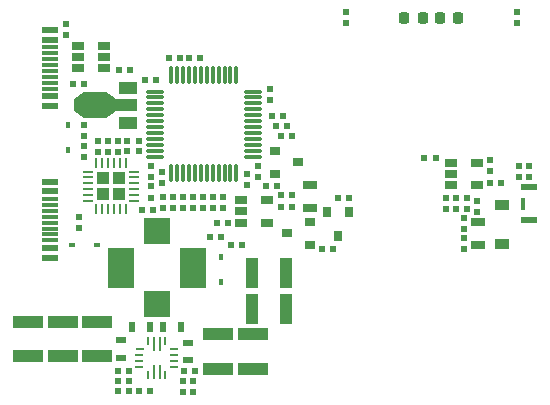
<source format=gtp>
G04 #@! TF.GenerationSoftware,KiCad,Pcbnew,6.0.2+dfsg-1*
G04 #@! TF.CreationDate,2022-08-31T22:25:42-07:00*
G04 #@! TF.ProjectId,OPS,4f50532e-6b69-4636-9164-5f7063625858,rev?*
G04 #@! TF.SameCoordinates,Original*
G04 #@! TF.FileFunction,Paste,Top*
G04 #@! TF.FilePolarity,Positive*
%FSLAX46Y46*%
G04 Gerber Fmt 4.6, Leading zero omitted, Abs format (unit mm)*
G04 Created by KiCad (PCBNEW 6.0.2+dfsg-1) date 2022-08-31 22:25:42*
%MOMM*%
%LPD*%
G01*
G04 APERTURE LIST*
G04 Aperture macros list*
%AMRoundRect*
0 Rectangle with rounded corners*
0 $1 Rounding radius*
0 $2 $3 $4 $5 $6 $7 $8 $9 X,Y pos of 4 corners*
0 Add a 4 corners polygon primitive as box body*
4,1,4,$2,$3,$4,$5,$6,$7,$8,$9,$2,$3,0*
0 Add four circle primitives for the rounded corners*
1,1,$1+$1,$2,$3*
1,1,$1+$1,$4,$5*
1,1,$1+$1,$6,$7*
1,1,$1+$1,$8,$9*
0 Add four rect primitives between the rounded corners*
20,1,$1+$1,$2,$3,$4,$5,0*
20,1,$1+$1,$4,$5,$6,$7,0*
20,1,$1+$1,$6,$7,$8,$9,0*
20,1,$1+$1,$8,$9,$2,$3,0*%
%AMOutline4P*
0 Free polygon, 4 corners , with rotation*
0 The origin of the aperture is its center*
0 number of corners: always 4*
0 $1 to $8 corner X, Y*
0 $9 Rotation angle, in degrees counterclockwise*
0 create outline with 4 corners*
4,1,4,$1,$2,$3,$4,$5,$6,$7,$8,$1,$2,$9*%
G04 Aperture macros list end*
%ADD10R,2.285000X3.430000*%
%ADD11R,2.285000X2.285000*%
%ADD12R,1.450000X0.600000*%
%ADD13R,1.450000X0.300000*%
%ADD14R,2.600000X1.000000*%
%ADD15R,1.300000X0.700000*%
%ADD16R,1.000000X2.600000*%
%ADD17R,0.450000X0.600000*%
%ADD18R,0.600000X0.500000*%
%ADD19R,0.500000X0.600000*%
%ADD20R,0.600000X0.900000*%
%ADD21R,0.900000X0.600000*%
%ADD22R,1.200000X0.900000*%
%ADD23R,0.800000X0.900000*%
%ADD24R,0.900000X0.800000*%
%ADD25RoundRect,0.250000X-0.295000X-0.295000X0.295000X-0.295000X0.295000X0.295000X-0.295000X0.295000X0*%
%ADD26RoundRect,0.062500X-0.350000X-0.062500X0.350000X-0.062500X0.350000X0.062500X-0.350000X0.062500X0*%
%ADD27RoundRect,0.062500X-0.062500X-0.350000X0.062500X-0.350000X0.062500X0.350000X-0.062500X0.350000X0*%
%ADD28R,1.500000X1.000000*%
%ADD29R,1.800000X1.000000*%
%ADD30R,1.840000X2.200000*%
%ADD31Outline4P,-1.100000X-0.425000X1.100000X-0.425000X0.500000X0.425000X-0.500000X0.425000X90.000000*%
%ADD32Outline4P,-1.100000X-0.500000X1.100000X-0.500000X0.400000X0.500000X-0.400000X0.500000X270.000000*%
%ADD33RoundRect,0.075000X-0.662500X-0.075000X0.662500X-0.075000X0.662500X0.075000X-0.662500X0.075000X0*%
%ADD34RoundRect,0.075000X-0.075000X-0.662500X0.075000X-0.662500X0.075000X0.662500X-0.075000X0.662500X0*%
%ADD35R,0.800000X0.250000*%
%ADD36R,0.700000X0.250000*%
%ADD37R,0.250000X0.700000*%
%ADD38R,0.250000X1.200000*%
%ADD39R,1.060000X0.650000*%
%ADD40RoundRect,0.218750X-0.218750X-0.256250X0.218750X-0.256250X0.218750X0.256250X-0.218750X0.256250X0*%
%ADD41RoundRect,0.218750X0.218750X0.256250X-0.218750X0.256250X-0.218750X-0.256250X0.218750X-0.256250X0*%
%ADD42R,1.410000X0.600000*%
%ADD43R,0.430000X1.080000*%
%ADD44R,0.600000X0.450000*%
G04 APERTURE END LIST*
D10*
X62947500Y-72900000D03*
X69052500Y-72900000D03*
D11*
X66000000Y-75952500D03*
X66000000Y-69847500D03*
D12*
X57000000Y-52800000D03*
X57000000Y-53600000D03*
D13*
X57000000Y-54750000D03*
X57000000Y-55750000D03*
X57000000Y-56250000D03*
X57000000Y-57250000D03*
D12*
X57000000Y-53600000D03*
X57000000Y-52800000D03*
X57000000Y-59200000D03*
X57000000Y-58400000D03*
D13*
X57000000Y-57750000D03*
X57000000Y-56750000D03*
X57000000Y-55250000D03*
X57000000Y-54250000D03*
D12*
X57000000Y-58400000D03*
X57000000Y-59200000D03*
X57000000Y-65650000D03*
X57000000Y-66450000D03*
D13*
X57000000Y-67600000D03*
X57000000Y-68600000D03*
X57000000Y-69100000D03*
X57000000Y-70100000D03*
D12*
X57000000Y-66450000D03*
X57000000Y-65650000D03*
X57000000Y-72050000D03*
X57000000Y-71250000D03*
D13*
X57000000Y-70600000D03*
X57000000Y-69600000D03*
X57000000Y-68100000D03*
X57000000Y-67100000D03*
D12*
X57000000Y-71250000D03*
X57000000Y-72050000D03*
D14*
X55150000Y-77500000D03*
X55150000Y-80400000D03*
X58050000Y-77500000D03*
X58050000Y-80400000D03*
X60950000Y-77500000D03*
X60950000Y-80400000D03*
X74200000Y-78550000D03*
X74200000Y-81450000D03*
D15*
X93250000Y-69050000D03*
X93250000Y-70950000D03*
D14*
X71200000Y-78550000D03*
X71200000Y-81450000D03*
D16*
X74050000Y-76400000D03*
X76950000Y-76400000D03*
X74050000Y-73400000D03*
X76950000Y-73400000D03*
D17*
X58500000Y-60850000D03*
X58500000Y-62950000D03*
D18*
X62700000Y-63088750D03*
X62700000Y-62148750D03*
X61000000Y-63088750D03*
X61000000Y-62148750D03*
X59850000Y-63520000D03*
X59850000Y-62580000D03*
X61850000Y-63088750D03*
X61850000Y-62148750D03*
X59850000Y-61795000D03*
X59850000Y-60855000D03*
D19*
X63745000Y-56200000D03*
X62805000Y-56200000D03*
D18*
X65550000Y-64280000D03*
X65550000Y-65220000D03*
D19*
X63670000Y-82500000D03*
X62730000Y-82500000D03*
X68330000Y-81700000D03*
X69270000Y-81700000D03*
D20*
X63950000Y-77900000D03*
X65450000Y-77900000D03*
D21*
X68700000Y-79250000D03*
X68700000Y-80750000D03*
D18*
X69100000Y-83470000D03*
X69100000Y-82530000D03*
X75600000Y-57780000D03*
X75600000Y-58720000D03*
X66450000Y-64830000D03*
X66450000Y-65770000D03*
D19*
X64980000Y-57050000D03*
X65920000Y-57050000D03*
X67030000Y-55200000D03*
X67970000Y-55200000D03*
D18*
X73650000Y-65920000D03*
X73650000Y-64980000D03*
D22*
X95250000Y-67600000D03*
X95250000Y-70900000D03*
D23*
X82288827Y-68200000D03*
X80388827Y-68200000D03*
X81338827Y-70200000D03*
D24*
X79000000Y-70950000D03*
X79000000Y-69050000D03*
X77000000Y-70000000D03*
D18*
X58350000Y-52305000D03*
X58350000Y-53245000D03*
D19*
X58880000Y-57350000D03*
X59820000Y-57350000D03*
X64730000Y-68050000D03*
X65670000Y-68050000D03*
D18*
X59450000Y-69520000D03*
X59450000Y-68580000D03*
D19*
X69670000Y-55200000D03*
X68730000Y-55200000D03*
D18*
X70800000Y-67870000D03*
X70800000Y-66930000D03*
X71650000Y-67870000D03*
X71650000Y-66930000D03*
X74550000Y-65270000D03*
X74550000Y-64330000D03*
D19*
X77070000Y-60900000D03*
X76130000Y-60900000D03*
X62730000Y-81650000D03*
X63670000Y-81650000D03*
D18*
X65550000Y-66970000D03*
X65550000Y-66030000D03*
D19*
X63530000Y-63050000D03*
X64470000Y-63050000D03*
X65420000Y-83350000D03*
X64480000Y-83350000D03*
X63670000Y-83350000D03*
X62730000Y-83350000D03*
D18*
X68250000Y-83470000D03*
X68250000Y-82530000D03*
D19*
X81380000Y-67050000D03*
X82320000Y-67050000D03*
X72280000Y-70950000D03*
X73220000Y-70950000D03*
X76530000Y-67750000D03*
X77470000Y-67750000D03*
X71130000Y-69100000D03*
X72070000Y-69100000D03*
D15*
X79000000Y-67850000D03*
X79000000Y-65950000D03*
D19*
X76530000Y-66750000D03*
X77470000Y-66750000D03*
D18*
X92000000Y-68730000D03*
X92000000Y-69670000D03*
X92000000Y-70430000D03*
X92000000Y-71370000D03*
X96650000Y-65270000D03*
X96650000Y-64330000D03*
X97500000Y-65270000D03*
X97500000Y-64330000D03*
D25*
X61475000Y-66693750D03*
X62825000Y-65343750D03*
X61475000Y-65343750D03*
X62825000Y-66693750D03*
D26*
X60187500Y-64768750D03*
X60187500Y-65268750D03*
X60187500Y-65768750D03*
X60187500Y-66268750D03*
X60187500Y-66768750D03*
X60187500Y-67268750D03*
D27*
X60900000Y-67981250D03*
X61400000Y-67981250D03*
X61900000Y-67981250D03*
X62400000Y-67981250D03*
X62900000Y-67981250D03*
X63400000Y-67981250D03*
D26*
X64112500Y-67268750D03*
X64112500Y-66768750D03*
X64112500Y-66268750D03*
X64112500Y-65768750D03*
X64112500Y-65268750D03*
X64112500Y-64768750D03*
D27*
X63400000Y-64056250D03*
X62900000Y-64056250D03*
X62400000Y-64056250D03*
X61900000Y-64056250D03*
X61400000Y-64056250D03*
X60900000Y-64056250D03*
D28*
X63603800Y-60668750D03*
D29*
X63457300Y-59168750D03*
D30*
X60790300Y-59168750D03*
D31*
X59456800Y-59168750D03*
D32*
X62200000Y-59168750D03*
D28*
X63603800Y-57668750D03*
D33*
X65837500Y-58000000D03*
X65837500Y-58500000D03*
X65837500Y-59000000D03*
X65837500Y-59500000D03*
X65837500Y-60000000D03*
X65837500Y-60500000D03*
X65837500Y-61000000D03*
X65837500Y-61500000D03*
X65837500Y-62000000D03*
X65837500Y-62500000D03*
X65837500Y-63000000D03*
X65837500Y-63500000D03*
D34*
X67250000Y-64912500D03*
X67750000Y-64912500D03*
X68250000Y-64912500D03*
X68750000Y-64912500D03*
X69250000Y-64912500D03*
X69750000Y-64912500D03*
X70250000Y-64912500D03*
X70750000Y-64912500D03*
X71250000Y-64912500D03*
X71750000Y-64912500D03*
X72250000Y-64912500D03*
X72750000Y-64912500D03*
D33*
X74162500Y-63500000D03*
X74162500Y-63000000D03*
X74162500Y-62500000D03*
X74162500Y-62000000D03*
X74162500Y-61500000D03*
X74162500Y-61000000D03*
X74162500Y-60500000D03*
X74162500Y-60000000D03*
X74162500Y-59500000D03*
X74162500Y-59000000D03*
X74162500Y-58500000D03*
X74162500Y-58000000D03*
D34*
X72750000Y-56587500D03*
X72250000Y-56587500D03*
X71750000Y-56587500D03*
X71250000Y-56587500D03*
X70750000Y-56587500D03*
X70250000Y-56587500D03*
X69750000Y-56587500D03*
X69250000Y-56587500D03*
X68750000Y-56587500D03*
X68250000Y-56587500D03*
X67750000Y-56587500D03*
X67250000Y-56587500D03*
D35*
X64600000Y-79800000D03*
D36*
X64550000Y-80300000D03*
X64550000Y-80800000D03*
X64550000Y-81300000D03*
D37*
X65250000Y-82000000D03*
D38*
X65750000Y-81750000D03*
X66250000Y-81750000D03*
D37*
X66700000Y-82000000D03*
D36*
X67450000Y-81300000D03*
X67450000Y-80800000D03*
X67450000Y-80300000D03*
X67450000Y-79800000D03*
D37*
X66750000Y-79100000D03*
D38*
X66250000Y-79350000D03*
X65750000Y-79350000D03*
D37*
X65250000Y-79100000D03*
D39*
X59325000Y-54125000D03*
X59325000Y-55075000D03*
X59325000Y-56025000D03*
X61525000Y-56025000D03*
X61525000Y-55075000D03*
X61525000Y-54125000D03*
X73175000Y-67200000D03*
X73175000Y-68150000D03*
X73175000Y-69100000D03*
X75375000Y-69100000D03*
X75375000Y-67200000D03*
D18*
X67400000Y-66930000D03*
X67400000Y-67870000D03*
X93100000Y-68170000D03*
X93100000Y-67230000D03*
X91350000Y-67970000D03*
X91350000Y-67030000D03*
D40*
X86962500Y-51750000D03*
X88537500Y-51750000D03*
D41*
X91537500Y-51750000D03*
X89962500Y-51750000D03*
D18*
X82000000Y-51280000D03*
X82000000Y-52220000D03*
X96500000Y-51280000D03*
X96500000Y-52220000D03*
D19*
X76720000Y-60050000D03*
X75780000Y-60050000D03*
X76220000Y-66000000D03*
X75280000Y-66000000D03*
X95190000Y-65750000D03*
X94250000Y-65750000D03*
D18*
X92250000Y-67970000D03*
X92250000Y-67030000D03*
X90500000Y-67970000D03*
X90500000Y-67030000D03*
D19*
X89620000Y-63650000D03*
X88680000Y-63650000D03*
D24*
X76000000Y-63050000D03*
X76000000Y-64950000D03*
X78000000Y-64000000D03*
D39*
X90900000Y-64050000D03*
X90900000Y-65000000D03*
X90900000Y-65950000D03*
X93100000Y-65950000D03*
X93100000Y-64050000D03*
D42*
X97490000Y-68900000D03*
D43*
X97000000Y-67500000D03*
D42*
X97490000Y-66100000D03*
D19*
X76530000Y-61750000D03*
X77470000Y-61750000D03*
D18*
X94250000Y-63780000D03*
X94250000Y-64720000D03*
X69950000Y-66930000D03*
X69950000Y-67870000D03*
X69100000Y-66930000D03*
X69100000Y-67870000D03*
X68250000Y-66930000D03*
X68250000Y-67870000D03*
X66550000Y-66930000D03*
X66550000Y-67870000D03*
D21*
X63000000Y-79050000D03*
X63000000Y-80550000D03*
D20*
X68050000Y-77900000D03*
X66550000Y-77900000D03*
D19*
X64470000Y-62150000D03*
X63530000Y-62150000D03*
X80030000Y-71300000D03*
X80970000Y-71300000D03*
X70530000Y-70350000D03*
X71470000Y-70350000D03*
D17*
X71450000Y-74100000D03*
X71450000Y-72000000D03*
D44*
X60950000Y-70950000D03*
X58850000Y-70950000D03*
M02*

</source>
